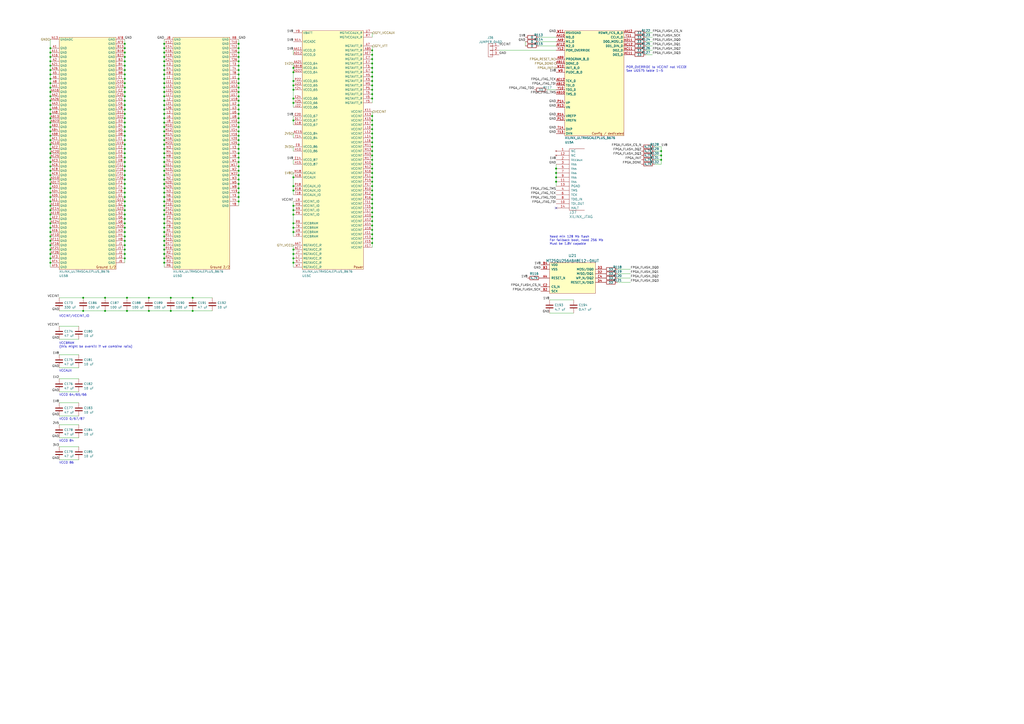
<source format=kicad_sch>
(kicad_sch (version 20211123) (generator eeschema)
  (paper "A2")
  (junction (at 138.43 66.04))
  (junction (at 215.9 85.09))
  (junction (at 138.43 76.2))
  (junction (at 72.39 40.64))
  (junction (at 29.21 116.84))
  (junction (at 29.21 93.98))
  (junction (at 72.39 83.82))
  (junction (at 215.9 39.37))
  (junction (at 29.21 147.32))
  (junction (at 72.39 93.98))
  (junction (at 215.9 102.87))
  (junction (at 138.43 73.66))
  (junction (at 215.9 52.07))
  (junction (at 138.43 38.1))
  (junction (at 95.25 91.44))
  (junction (at 29.21 99.06))
  (junction (at 170.18 110.49))
  (junction (at 170.18 144.78))
  (junction (at 29.21 91.44))
  (junction (at 95.25 152.4))
  (junction (at 95.25 149.86))
  (junction (at 29.21 83.82))
  (junction (at 95.25 35.56))
  (junction (at 29.21 68.58))
  (junction (at 215.9 77.47))
  (junction (at 383.54 90.17))
  (junction (at 215.9 67.31))
  (junction (at 111.76 180.34))
  (junction (at 72.39 111.76))
  (junction (at 72.39 91.44))
  (junction (at 29.21 142.24))
  (junction (at 215.9 57.15))
  (junction (at 138.43 88.9))
  (junction (at 170.18 147.32))
  (junction (at 72.39 45.72))
  (junction (at 215.9 80.01))
  (junction (at 138.43 71.12))
  (junction (at 170.18 152.4))
  (junction (at 95.25 76.2))
  (junction (at 215.9 54.61))
  (junction (at 95.25 101.6))
  (junction (at 29.21 78.74))
  (junction (at 29.21 45.72))
  (junction (at 138.43 99.06))
  (junction (at 138.43 45.72))
  (junction (at 29.21 81.28))
  (junction (at 72.39 142.24))
  (junction (at 72.39 86.36))
  (junction (at 138.43 30.48))
  (junction (at 170.18 59.69))
  (junction (at 138.43 109.22))
  (junction (at 138.43 43.18))
  (junction (at 72.39 43.18))
  (junction (at 138.43 106.68))
  (junction (at 29.21 106.68))
  (junction (at 29.21 66.04))
  (junction (at 215.9 130.81))
  (junction (at 95.25 129.54))
  (junction (at 29.21 53.34))
  (junction (at 138.43 81.28))
  (junction (at 170.18 107.95))
  (junction (at 170.18 134.62))
  (junction (at 215.9 118.11))
  (junction (at 60.96 172.72))
  (junction (at 138.43 60.96))
  (junction (at 29.21 129.54))
  (junction (at 95.25 78.74))
  (junction (at 29.21 139.7))
  (junction (at 86.36 180.34))
  (junction (at 95.25 25.4))
  (junction (at 138.43 78.74))
  (junction (at 72.39 114.3))
  (junction (at 138.43 50.8))
  (junction (at 170.18 121.92))
  (junction (at 95.25 38.1))
  (junction (at 95.25 137.16))
  (junction (at 95.25 127))
  (junction (at 29.21 88.9))
  (junction (at 72.39 147.32))
  (junction (at 95.25 48.26))
  (junction (at 72.39 55.88))
  (junction (at 72.39 33.02))
  (junction (at 215.9 125.73))
  (junction (at 215.9 140.97))
  (junction (at 29.21 50.8))
  (junction (at 29.21 119.38))
  (junction (at 95.25 88.9))
  (junction (at 29.21 124.46))
  (junction (at 95.25 45.72))
  (junction (at 138.43 63.5))
  (junction (at 170.18 46.99))
  (junction (at 95.25 119.38))
  (junction (at 72.39 27.94))
  (junction (at 72.39 132.08))
  (junction (at 72.39 106.68))
  (junction (at 215.9 49.53))
  (junction (at 322.58 105.41))
  (junction (at 215.9 115.57))
  (junction (at 29.21 71.12))
  (junction (at 170.18 132.08))
  (junction (at 72.39 104.14))
  (junction (at 215.9 107.95))
  (junction (at 383.54 92.71))
  (junction (at 170.18 102.87))
  (junction (at 60.96 180.34))
  (junction (at 72.39 144.78))
  (junction (at 29.21 137.16))
  (junction (at 72.39 96.52))
  (junction (at 95.25 40.64))
  (junction (at 95.25 134.62))
  (junction (at 72.39 119.38))
  (junction (at 29.21 48.26))
  (junction (at 95.25 142.24))
  (junction (at 95.25 33.02))
  (junction (at 138.43 40.64))
  (junction (at 170.18 39.37))
  (junction (at 72.39 121.92))
  (junction (at 29.21 33.02))
  (junction (at 95.25 66.04))
  (junction (at 48.26 172.72))
  (junction (at 29.21 58.42))
  (junction (at 111.76 172.72))
  (junction (at 29.21 27.94))
  (junction (at 138.43 53.34))
  (junction (at 72.39 137.16))
  (junction (at 95.25 109.22))
  (junction (at 215.9 97.79))
  (junction (at 215.9 128.27))
  (junction (at 215.9 138.43))
  (junction (at 72.39 129.54))
  (junction (at 95.25 114.3))
  (junction (at 138.43 48.26))
  (junction (at 72.39 48.26))
  (junction (at 29.21 152.4))
  (junction (at 95.25 81.28))
  (junction (at 95.25 93.98))
  (junction (at 215.9 123.19))
  (junction (at 215.9 74.93))
  (junction (at 215.9 95.25))
  (junction (at 215.9 90.17))
  (junction (at 29.21 73.66))
  (junction (at 95.25 43.18))
  (junction (at 95.25 55.88))
  (junction (at 215.9 133.35))
  (junction (at 95.25 58.42))
  (junction (at 95.25 111.76))
  (junction (at 72.39 25.4))
  (junction (at 29.21 30.48))
  (junction (at 72.39 53.34))
  (junction (at 29.21 132.08))
  (junction (at 72.39 124.46))
  (junction (at 29.21 114.3))
  (junction (at 72.39 149.86))
  (junction (at 95.25 106.68))
  (junction (at 95.25 68.58))
  (junction (at 72.39 88.9))
  (junction (at 72.39 63.5))
  (junction (at 72.39 134.62))
  (junction (at 215.9 113.03))
  (junction (at 138.43 35.56))
  (junction (at 29.21 104.14))
  (junction (at 72.39 38.1))
  (junction (at 29.21 121.92))
  (junction (at 29.21 43.18))
  (junction (at 72.39 30.48))
  (junction (at 73.66 172.72))
  (junction (at 95.25 73.66))
  (junction (at 95.25 124.46))
  (junction (at 29.21 111.76))
  (junction (at 29.21 109.22))
  (junction (at 215.9 29.21))
  (junction (at 138.43 86.36))
  (junction (at 322.58 97.79))
  (junction (at 29.21 76.2))
  (junction (at 215.9 87.63))
  (junction (at 138.43 83.82))
  (junction (at 215.9 82.55))
  (junction (at 95.25 60.96))
  (junction (at 95.25 96.52))
  (junction (at 138.43 104.14))
  (junction (at 29.21 63.5))
  (junction (at 215.9 135.89))
  (junction (at 138.43 111.76))
  (junction (at 72.39 50.8))
  (junction (at 215.9 46.99))
  (junction (at 322.58 102.87))
  (junction (at 29.21 149.86))
  (junction (at 72.39 76.2))
  (junction (at 72.39 71.12))
  (junction (at 95.25 63.5))
  (junction (at 95.25 132.08))
  (junction (at 170.18 124.46))
  (junction (at 29.21 96.52))
  (junction (at 95.25 71.12))
  (junction (at 29.21 86.36))
  (junction (at 95.25 83.82))
  (junction (at 95.25 116.84))
  (junction (at 215.9 100.33))
  (junction (at 95.25 147.32))
  (junction (at 138.43 96.52))
  (junction (at 215.9 92.71))
  (junction (at 72.39 139.7))
  (junction (at 72.39 99.06))
  (junction (at 29.21 144.78))
  (junction (at 170.18 119.38))
  (junction (at 138.43 25.4))
  (junction (at 72.39 68.58))
  (junction (at 72.39 116.84))
  (junction (at 215.9 31.75))
  (junction (at 170.18 69.85))
  (junction (at 95.25 50.8))
  (junction (at 95.25 30.48))
  (junction (at 170.18 52.07))
  (junction (at 138.43 55.88))
  (junction (at 72.39 73.66))
  (junction (at 99.06 172.72))
  (junction (at 215.9 105.41))
  (junction (at 383.54 87.63))
  (junction (at 170.18 129.54))
  (junction (at 29.21 60.96))
  (junction (at 29.21 127))
  (junction (at 72.39 35.56))
  (junction (at 95.25 99.06))
  (junction (at 72.39 66.04))
  (junction (at 215.9 72.39))
  (junction (at 72.39 101.6))
  (junction (at 170.18 49.53))
  (junction (at 215.9 36.83))
  (junction (at 29.21 134.62))
  (junction (at 48.26 180.34))
  (junction (at 215.9 44.45))
  (junction (at 322.58 100.33))
  (junction (at 138.43 68.58))
  (junction (at 95.25 121.92))
  (junction (at 29.21 35.56))
  (junction (at 72.39 78.74))
  (junction (at 73.66 180.34))
  (junction (at 215.9 41.91))
  (junction (at 72.39 60.96))
  (junction (at 138.43 58.42))
  (junction (at 29.21 40.64))
  (junction (at 138.43 27.94))
  (junction (at 99.06 180.34))
  (junction (at 86.36 172.72))
  (junction (at 215.9 110.49))
  (junction (at 138.43 33.02))
  (junction (at 170.18 41.91))
  (junction (at 95.25 86.36))
  (junction (at 138.43 116.84))
  (junction (at 29.21 101.6))
  (junction (at 95.25 104.14))
  (junction (at 215.9 69.85))
  (junction (at 138.43 91.44))
  (junction (at 72.39 109.22))
  (junction (at 72.39 81.28))
  (junction (at 95.25 144.78))
  (junction (at 215.9 120.65))
  (junction (at 72.39 58.42))
  (junction (at 138.43 101.6))
  (junction (at 29.21 55.88))
  (junction (at 95.25 53.34))
  (junction (at 72.39 127))
  (junction (at 215.9 34.29))
  (junction (at 95.25 139.7))
  (junction (at 170.18 149.86))
  (junction (at 138.43 93.98))
  (junction (at 29.21 38.1))
  (junction (at 170.18 57.15))
  (junction (at 138.43 114.3))
  (junction (at 95.25 27.94))
  (no_connect (at 322.58 120.65))
  (wire (pts (xy 95.25 134.62) (xy 95.25 137.16)))
  (wire (pts (xy 72.39 53.34) (xy 72.39 55.88)))
  (wire (pts (xy 72.39 55.88) (xy 72.39 58.42)))
  (wire (pts (xy 215.9 85.09) (xy 215.9 87.63)))
  (wire (pts (xy 374.65 29.21) (xy 378.46 29.21)))
  (wire (pts (xy 72.39 96.52) (xy 72.39 99.06)))
  (wire (pts (xy 95.25 71.12) (xy 95.25 73.66)))
  (wire (pts (xy 95.25 38.1) (xy 95.25 40.64)))
  (wire (pts (xy 29.21 88.9) (xy 29.21 91.44)))
  (wire (pts (xy 29.21 81.28) (xy 29.21 83.82)))
  (wire (pts (xy 95.25 53.34) (xy 95.25 55.88)))
  (wire (pts (xy 72.39 139.7) (xy 72.39 142.24)))
  (wire (pts (xy 322.58 97.79) (xy 322.58 100.33)))
  (wire (pts (xy 383.54 85.09) (xy 383.54 87.63)))
  (wire (pts (xy 138.43 83.82) (xy 138.43 86.36)))
  (wire (pts (xy 34.29 241.3) (xy 45.72 241.3)))
  (wire (pts (xy 99.06 180.34) (xy 111.76 180.34)))
  (wire (pts (xy 379.73 87.63) (xy 383.54 87.63)))
  (wire (pts (xy 95.25 119.38) (xy 95.25 121.92)))
  (wire (pts (xy 170.18 129.54) (xy 170.18 132.08)))
  (wire (pts (xy 86.36 180.34) (xy 99.06 180.34)))
  (wire (pts (xy 72.39 109.22) (xy 72.39 111.76)))
  (wire (pts (xy 215.9 31.75) (xy 215.9 34.29)))
  (wire (pts (xy 289.56 29.21) (xy 322.58 29.21)))
  (wire (pts (xy 170.18 36.83) (xy 170.18 39.37)))
  (wire (pts (xy 358.14 158.75) (xy 365.76 158.75)))
  (wire (pts (xy 29.21 127) (xy 29.21 129.54)))
  (wire (pts (xy 215.9 57.15) (xy 215.9 59.69)))
  (wire (pts (xy 29.21 119.38) (xy 29.21 121.92)))
  (wire (pts (xy 215.9 69.85) (xy 215.9 72.39)))
  (wire (pts (xy 138.43 88.9) (xy 138.43 91.44)))
  (wire (pts (xy 95.25 114.3) (xy 95.25 116.84)))
  (wire (pts (xy 215.9 120.65) (xy 215.9 123.19)))
  (wire (pts (xy 215.9 105.41) (xy 215.9 107.95)))
  (wire (pts (xy 215.9 138.43) (xy 215.9 140.97)))
  (wire (pts (xy 138.43 81.28) (xy 138.43 83.82)))
  (wire (pts (xy 170.18 46.99) (xy 170.18 49.53)))
  (wire (pts (xy 170.18 142.24) (xy 170.18 144.78)))
  (wire (pts (xy 138.43 48.26) (xy 138.43 50.8)))
  (wire (pts (xy 215.9 29.21) (xy 215.9 31.75)))
  (wire (pts (xy 374.65 31.75) (xy 378.46 31.75)))
  (wire (pts (xy 215.9 74.93) (xy 215.9 77.47)))
  (wire (pts (xy 317.5 52.07) (xy 322.58 52.07)))
  (wire (pts (xy 138.43 45.72) (xy 138.43 48.26)))
  (wire (pts (xy 170.18 41.91) (xy 170.18 46.99)))
  (wire (pts (xy 72.39 76.2) (xy 72.39 78.74)))
  (wire (pts (xy 215.9 100.33) (xy 215.9 102.87)))
  (wire (pts (xy 72.39 22.86) (xy 72.39 25.4)))
  (wire (pts (xy 138.43 114.3) (xy 138.43 116.84)))
  (wire (pts (xy 29.21 55.88) (xy 29.21 58.42)))
  (wire (pts (xy 170.18 149.86) (xy 170.18 152.4)))
  (wire (pts (xy 215.9 118.11) (xy 215.9 120.65)))
  (wire (pts (xy 95.25 33.02) (xy 95.25 35.56)))
  (wire (pts (xy 95.25 30.48) (xy 95.25 33.02)))
  (wire (pts (xy 95.25 96.52) (xy 95.25 99.06)))
  (wire (pts (xy 138.43 38.1) (xy 138.43 40.64)))
  (wire (pts (xy 170.18 29.21) (xy 170.18 31.75)))
  (wire (pts (xy 95.25 81.28) (xy 95.25 83.82)))
  (wire (pts (xy 358.14 156.21) (xy 365.76 156.21)))
  (wire (pts (xy 138.43 55.88) (xy 138.43 58.42)))
  (wire (pts (xy 72.39 114.3) (xy 72.39 116.84)))
  (wire (pts (xy 138.43 101.6) (xy 138.43 104.14)))
  (wire (pts (xy 72.39 144.78) (xy 72.39 147.32)))
  (wire (pts (xy 170.18 39.37) (xy 170.18 41.91)))
  (wire (pts (xy 95.25 58.42) (xy 95.25 60.96)))
  (wire (pts (xy 95.25 137.16) (xy 95.25 139.7)))
  (wire (pts (xy 170.18 69.85) (xy 170.18 72.39)))
  (wire (pts (xy 95.25 83.82) (xy 95.25 86.36)))
  (wire (pts (xy 29.21 22.86) (xy 29.21 27.94)))
  (wire (pts (xy 215.9 34.29) (xy 215.9 36.83)))
  (wire (pts (xy 48.26 180.34) (xy 60.96 180.34)))
  (wire (pts (xy 34.29 196.85) (xy 45.72 196.85)))
  (wire (pts (xy 34.29 246.38) (xy 45.72 246.38)))
  (wire (pts (xy 29.21 134.62) (xy 29.21 137.16)))
  (wire (pts (xy 138.43 40.64) (xy 138.43 43.18)))
  (wire (pts (xy 383.54 87.63) (xy 383.54 90.17)))
  (wire (pts (xy 138.43 22.86) (xy 138.43 25.4)))
  (wire (pts (xy 29.21 124.46) (xy 29.21 127)))
  (wire (pts (xy 95.25 68.58) (xy 95.25 71.12)))
  (wire (pts (xy 215.9 36.83) (xy 215.9 39.37)))
  (wire (pts (xy 138.43 33.02) (xy 138.43 35.56)))
  (wire (pts (xy 95.25 116.84) (xy 95.25 119.38)))
  (wire (pts (xy 215.9 135.89) (xy 215.9 138.43)))
  (wire (pts (xy 34.29 259.08) (xy 45.72 259.08)))
  (wire (pts (xy 72.39 101.6) (xy 72.39 104.14)))
  (wire (pts (xy 322.58 100.33) (xy 322.58 102.87)))
  (wire (pts (xy 138.43 58.42) (xy 138.43 60.96)))
  (wire (pts (xy 72.39 58.42) (xy 72.39 60.96)))
  (wire (pts (xy 72.39 127) (xy 72.39 129.54)))
  (wire (pts (xy 95.25 106.68) (xy 95.25 109.22)))
  (wire (pts (xy 48.26 172.72) (xy 60.96 172.72)))
  (wire (pts (xy 138.43 99.06) (xy 138.43 101.6)))
  (wire (pts (xy 29.21 152.4) (xy 29.21 154.94)))
  (wire (pts (xy 60.96 172.72) (xy 73.66 172.72)))
  (wire (pts (xy 29.21 149.86) (xy 29.21 152.4)))
  (wire (pts (xy 95.25 45.72) (xy 95.25 48.26)))
  (wire (pts (xy 34.29 172.72) (xy 48.26 172.72)))
  (wire (pts (xy 29.21 68.58) (xy 29.21 71.12)))
  (wire (pts (xy 29.21 40.64) (xy 29.21 43.18)))
  (wire (pts (xy 95.25 111.76) (xy 95.25 114.3)))
  (wire (pts (xy 72.39 68.58) (xy 72.39 71.12)))
  (wire (pts (xy 29.21 132.08) (xy 29.21 134.62)))
  (wire (pts (xy 95.25 99.06) (xy 95.25 101.6)))
  (wire (pts (xy 138.43 78.74) (xy 138.43 81.28)))
  (wire (pts (xy 29.21 86.36) (xy 29.21 88.9)))
  (wire (pts (xy 95.25 35.56) (xy 95.25 38.1)))
  (wire (pts (xy 29.21 45.72) (xy 29.21 48.26)))
  (wire (pts (xy 138.43 91.44) (xy 138.43 93.98)))
  (wire (pts (xy 358.14 163.83) (xy 365.76 163.83)))
  (wire (pts (xy 170.18 144.78) (xy 170.18 147.32)))
  (wire (pts (xy 72.39 38.1) (xy 72.39 40.64)))
  (wire (pts (xy 29.21 60.96) (xy 29.21 63.5)))
  (wire (pts (xy 72.39 63.5) (xy 72.39 66.04)))
  (wire (pts (xy 383.54 95.25) (xy 383.54 92.71)))
  (wire (pts (xy 138.43 25.4) (xy 138.43 27.94)))
  (wire (pts (xy 72.39 81.28) (xy 72.39 83.82)))
  (wire (pts (xy 29.21 99.06) (xy 29.21 101.6)))
  (wire (pts (xy 72.39 60.96) (xy 72.39 63.5)))
  (wire (pts (xy 138.43 27.94) (xy 138.43 30.48)))
  (wire (pts (xy 95.25 139.7) (xy 95.25 142.24)))
  (wire (pts (xy 29.21 73.66) (xy 29.21 76.2)))
  (wire (pts (xy 29.21 35.56) (xy 29.21 38.1)))
  (wire (pts (xy 374.65 24.13) (xy 378.46 24.13)))
  (wire (pts (xy 72.39 45.72) (xy 72.39 48.26)))
  (wire (pts (xy 34.29 213.36) (xy 45.72 213.36)))
  (wire (pts (xy 138.43 71.12) (xy 138.43 73.66)))
  (wire (pts (xy 60.96 180.34) (xy 73.66 180.34)))
  (wire (pts (xy 215.9 128.27) (xy 215.9 130.81)))
  (wire (pts (xy 322.58 95.25) (xy 322.58 97.79)))
  (wire (pts (xy 72.39 116.84) (xy 72.39 119.38)))
  (wire (pts (xy 170.18 110.49) (xy 170.18 113.03)))
  (wire (pts (xy 29.21 129.54) (xy 29.21 132.08)))
  (wire (pts (xy 72.39 33.02) (xy 72.39 35.56)))
  (wire (pts (xy 138.43 116.84) (xy 138.43 119.38)))
  (wire (pts (xy 215.9 97.79) (xy 215.9 100.33)))
  (wire (pts (xy 34.29 233.68) (xy 45.72 233.68)))
  (wire (pts (xy 138.43 30.48) (xy 138.43 33.02)))
  (wire (pts (xy 383.54 90.17) (xy 379.73 90.17)))
  (wire (pts (xy 215.9 39.37) (xy 215.9 41.91)))
  (wire (pts (xy 215.9 72.39) (xy 215.9 74.93)))
  (wire (pts (xy 95.25 129.54) (xy 95.25 132.08)))
  (wire (pts (xy 322.58 102.87) (xy 322.58 105.41)))
  (wire (pts (xy 312.42 24.13) (xy 322.58 24.13)))
  (wire (pts (xy 29.21 33.02) (xy 29.21 35.56)))
  (wire (pts (xy 312.42 21.59) (xy 322.58 21.59)))
  (wire (pts (xy 72.39 99.06) (xy 72.39 101.6)))
  (wire (pts (xy 29.21 111.76) (xy 29.21 114.3)))
  (wire (pts (xy 374.65 26.67) (xy 378.46 26.67)))
  (wire (pts (xy 95.25 147.32) (xy 95.25 149.86)))
  (wire (pts (xy 215.9 110.49) (xy 215.9 113.03)))
  (wire (pts (xy 95.25 88.9) (xy 95.25 91.44)))
  (wire (pts (xy 29.21 114.3) (xy 29.21 116.84)))
  (wire (pts (xy 215.9 26.67) (xy 215.9 29.21)))
  (wire (pts (xy 215.9 41.91) (xy 215.9 44.45)))
  (wire (pts (xy 72.39 137.16) (xy 72.39 139.7)))
  (wire (pts (xy 29.21 27.94) (xy 29.21 30.48)))
  (wire (pts (xy 170.18 116.84) (xy 170.18 119.38)))
  (wire (pts (xy 138.43 53.34) (xy 138.43 55.88)))
  (wire (pts (xy 29.21 106.68) (xy 29.21 109.22)))
  (wire (pts (xy 95.25 142.24) (xy 95.25 144.78)))
  (wire (pts (xy 29.21 139.7) (xy 29.21 142.24)))
  (wire (pts (xy 99.06 172.72) (xy 111.76 172.72)))
  (wire (pts (xy 95.25 121.92) (xy 95.25 124.46)))
  (wire (pts (xy 379.73 95.25) (xy 383.54 95.25)))
  (wire (pts (xy 72.39 124.46) (xy 72.39 127)))
  (wire (pts (xy 383.54 92.71) (xy 383.54 90.17)))
  (wire (pts (xy 72.39 48.26) (xy 72.39 50.8)))
  (wire (pts (xy 170.18 124.46) (xy 170.18 129.54)))
  (wire (pts (xy 72.39 88.9) (xy 72.39 91.44)))
  (wire (pts (xy 138.43 35.56) (xy 138.43 38.1)))
  (wire (pts (xy 215.9 87.63) (xy 215.9 90.17)))
  (wire (pts (xy 29.21 38.1) (xy 29.21 40.64)))
  (wire (pts (xy 138.43 106.68) (xy 138.43 109.22)))
  (wire (pts (xy 111.76 180.34) (xy 123.19 180.34)))
  (wire (pts (xy 170.18 121.92) (xy 170.18 124.46)))
  (wire (pts (xy 29.21 104.14) (xy 29.21 106.68)))
  (wire (pts (xy 72.39 119.38) (xy 72.39 121.92)))
  (wire (pts (xy 72.39 142.24) (xy 72.39 144.78)))
  (wire (pts (xy 215.9 67.31) (xy 215.9 69.85)))
  (wire (pts (xy 215.9 49.53) (xy 215.9 52.07)))
  (wire (pts (xy 72.39 129.54) (xy 72.39 132.08)))
  (wire (pts (xy 72.39 66.04) (xy 72.39 68.58)))
  (wire (pts (xy 111.76 172.72) (xy 123.19 172.72)))
  (wire (pts (xy 304.8 24.13) (xy 304.8 26.67)))
  (wire (pts (xy 374.65 21.59) (xy 378.46 21.59)))
  (wire (pts (xy 170.18 107.95) (xy 170.18 110.49)))
  (wire (pts (xy 138.43 109.22) (xy 138.43 111.76)))
  (wire (pts (xy 29.21 43.18) (xy 29.21 45.72)))
  (wire (pts (xy 72.39 30.48) (xy 72.39 33.02)))
  (wire (pts (xy 170.18 92.71) (xy 170.18 95.25)))
  (wire (pts (xy 215.9 46.99) (xy 215.9 49.53)))
  (wire (pts (xy 72.39 78.74) (xy 72.39 81.28)))
  (wire (pts (xy 72.39 35.56) (xy 72.39 38.1)))
  (wire (pts (xy 95.25 104.14) (xy 95.25 106.68)))
  (wire (pts (xy 29.21 58.42) (xy 29.21 60.96)))
  (wire (pts (xy 170.18 100.33) (xy 170.18 102.87)))
  (wire (pts (xy 29.21 76.2) (xy 29.21 78.74)))
  (wire (pts (xy 73.66 180.34) (xy 86.36 180.34)))
  (wire (pts (xy 34.29 219.71) (xy 45.72 219.71)))
  (wire (pts (xy 29.21 101.6) (xy 29.21 104.14)))
  (wire (pts (xy 358.14 161.29) (xy 365.76 161.29)))
  (wire (pts (xy 215.9 19.05) (xy 215.9 21.59)))
  (wire (pts (xy 29.21 30.48) (xy 29.21 33.02)))
  (wire (pts (xy 95.25 152.4) (xy 95.25 154.94)))
  (wire (pts (xy 29.21 83.82) (xy 29.21 86.36)))
  (wire (pts (xy 215.9 80.01) (xy 215.9 82.55)))
  (wire (pts (xy 72.39 25.4) (xy 72.39 27.94)))
  (wire (pts (xy 138.43 111.76) (xy 138.43 114.3)))
  (wire (pts (xy 72.39 73.66) (xy 72.39 76.2)))
  (wire (pts (xy 138.43 96.52) (xy 138.43 99.06)))
  (wire (pts (xy 29.21 142.24) (xy 29.21 144.78)))
  (wire (pts (xy 29.21 63.5) (xy 29.21 66.04)))
  (wire (pts (xy 72.39 83.82) (xy 72.39 86.36)))
  (wire (pts (xy 73.66 172.72) (xy 86.36 172.72)))
  (wire (pts (xy 170.18 49.53) (xy 170.18 52.07)))
  (wire (pts (xy 138.43 104.14) (xy 138.43 106.68)))
  (wire (pts (xy 34.29 227.33) (xy 45.72 227.33)))
  (wire (pts (xy 138.43 50.8) (xy 138.43 53.34)))
  (wire (pts (xy 72.39 132.08) (xy 72.39 134.62)))
  (wire (pts (xy 29.21 96.52) (xy 29.21 99.06)))
  (wire (pts (xy 29.21 48.26) (xy 29.21 50.8)))
  (wire (pts (xy 29.21 147.32) (xy 29.21 149.86)))
  (wire (pts (xy 95.25 43.18) (xy 95.25 45.72)))
  (wire (pts (xy 95.25 63.5) (xy 95.25 66.04)))
  (wire (pts (xy 215.9 140.97) (xy 215.9 143.51)))
  (wire (pts (xy 95.25 55.88) (xy 95.25 58.42)))
  (wire (pts (xy 95.25 149.86) (xy 95.25 152.4)))
  (wire (pts (xy 29.21 109.22) (xy 29.21 111.76)))
  (wire (pts (xy 95.25 91.44) (xy 95.25 93.98)))
  (wire (pts (xy 215.9 82.55) (xy 215.9 85.09)))
  (wire (pts (xy 318.77 181.61) (xy 332.74 181.61)))
  (wire (pts (xy 95.25 132.08) (xy 95.25 134.62)))
  (wire (pts (xy 215.9 133.35) (xy 215.9 135.89)))
  (wire (pts (xy 29.21 66.04) (xy 29.21 68.58)))
  (wire (pts (xy 72.39 147.32) (xy 72.39 149.86)))
  (wire (pts (xy 29.21 50.8) (xy 29.21 53.34)))
  (wire (pts (xy 374.65 19.05) (xy 378.46 19.05)))
  (wire (pts (xy 170.18 52.07) (xy 170.18 57.15)))
  (wire (pts (xy 29.21 78.74) (xy 29.21 81.28)))
  (wire (pts (xy 138.43 66.04) (xy 138.43 68.58)))
  (wire (pts (xy 170.18 119.38) (xy 170.18 121.92)))
  (wire (pts (xy 138.43 93.98) (xy 138.43 96.52)))
  (wire (pts (xy 379.73 92.71) (xy 383.54 92.71)))
  (wire (pts (xy 34.29 205.74) (xy 45.72 205.74)))
  (wire (pts (xy 29.21 71.12) (xy 29.21 73.66)))
  (wire (pts (xy 215.9 102.87) (xy 215.9 105.41)))
  (wire (pts (xy 170.18 59.69) (xy 170.18 62.23)))
  (wire (pts (xy 170.18 85.09) (xy 170.18 87.63)))
  (wire (pts (xy 72.39 106.68) (xy 72.39 109.22)))
  (wire (pts (xy 29.21 93.98) (xy 29.21 96.52)))
  (wire (pts (xy 95.25 127) (xy 95.25 129.54)))
  (wire (pts (xy 72.39 86.36) (xy 72.39 88.9)))
  (wire (pts (xy 29.21 144.78) (xy 29.21 147.32)))
  (wire (pts (xy 72.39 104.14) (xy 72.39 106.68)))
  (wire (pts (xy 215.9 125.73) (xy 215.9 128.27)))
  (wire (pts (xy 29.21 91.44) (xy 29.21 93.98)))
  (wire (pts (xy 215.9 130.81) (xy 215.9 133.35)))
  (wire (pts (xy 95.25 101.6) (xy 95.25 104.14)))
  (wire (pts (xy 34.29 254) (xy 45.72 254)))
  (wire (pts (xy 72.39 111.76) (xy 72.39 114.3)))
  (wire (pts (xy 312.42 26.67) (xy 322.58 26.67)))
  (wire (pts (xy 95.25 48.26) (xy 95.25 50.8)))
  (wire (pts (xy 170.18 147.32) (xy 170.18 149.86)))
  (wire (pts (xy 379.73 85.09) (xy 383.54 85.09)))
  (wire (pts (xy 138.43 43.18) (xy 138.43 45.72)))
  (wire (pts (xy 138.43 68.58) (xy 138.43 71.12)))
  (wire (pts (xy 72.39 71.12) (xy 72.39 73.66)))
  (wire (pts (xy 215.9 115.57) (xy 215.9 118.11)))
  (wire (pts (xy 95.25 50.8) (xy 95.25 53.34)))
  (wire (pts (xy 72.39 149.86) (xy 72.39 152.4)))
  (wire (pts (xy 72.39 27.94) (xy 72.39 30.48)))
  (wire (pts (xy 170.18 152.4) (xy 170.18 154.94)))
  (wire (pts (xy 138.43 76.2) (xy 138.43 78.74)))
  (wire (pts (xy 170.18 57.15) (xy 170.18 59.69)))
  (wire (pts (xy 215.9 44.45) (xy 215.9 46.99)))
  (wire (pts (xy 215.9 123.19) (xy 215.9 125.73)))
  (wire (pts (xy 29.21 116.84) (xy 29.21 119.38)))
  (wire (pts (xy 95.25 144.78) (xy 95.25 147.32)))
  (wire (pts (xy 215.9 52.07) (xy 215.9 54.61)))
  (wire (pts (xy 95.25 66.04) (xy 95.25 68.58)))
  (wire (pts (xy 138.43 73.66) (xy 138.43 76.2)))
  (wire (pts (xy 34.29 180.34) (xy 48.26 180.34)))
  (wire (pts (xy 170.18 102.87) (xy 170.18 107.95)))
  (wire (pts (xy 95.25 27.94) (xy 95.25 30.48)))
  (wire (pts (xy 95.25 124.46) (xy 95.25 127)))
  (wire (pts (xy 95.25 78.74) (xy 95.25 81.28)))
  (wire (pts (xy 72.39 91.44) (xy 72.39 93.98)))
  (wire (pts (xy 72.39 40.64) (xy 72.39 43.18)))
  (wire (pts (xy 170.18 77.47) (xy 170.18 80.01)))
  (wire (pts (xy 215.9 92.71) (xy 215.9 95.25)))
  (wire (pts (xy 95.25 76.2) (xy 95.25 78.74)))
  (wire (pts (xy 86.36 172.72) (xy 99.06 172.72)))
  (wire (pts (xy 95.25 60.96) (xy 95.25 63.5)))
  (wire (pts (xy 95.25 86.36) (xy 95.25 88.9)))
  (wire (pts (xy 34.29 189.23) (xy 45.72 189.23)))
  (wire (pts (xy 72.39 121.92) (xy 72.39 124.46)))
  (wire (pts (xy 322.58 105.41) (xy 322.58 107.95)))
  (wire (pts (xy 215.9 107.95) (xy 215.9 110.49)))
  (wire (pts (xy 170.18 67.31) (xy 170.18 69.85)))
  (wire (pts (xy 72.39 43.18) (xy 72.39 45.72)))
  (wire (pts (xy 95.25 25.4) (xy 95.25 27.94)))
  (wire (pts (xy 95.25 22.86) (xy 95.25 25.4)))
  (wire (pts (xy 95.25 109.22) (xy 95.25 111.76)))
  (wire (pts (xy 95.25 93.98) (xy 95.25 96.52)))
  (wire (pts (xy 215.9 54.61) (xy 215.9 57.15)))
  (wire (pts (xy 72.39 50.8) (xy 72.39 53.34)))
  (wire (pts (xy 29.21 137.16) (xy 29.21 139.7)))
  (wire (pts (xy 72.39 93.98) (xy 72.39 96.52)))
  (wire (pts (xy 318.77 173.99) (xy 332.74 173.99)))
  (wire (pts (xy 138.43 86.36) (xy 138.43 88.9)))
  (wire (pts (xy 95.25 40.64) (xy 95.25 43.18)))
  (wire (pts (xy 95.25 73.66) (xy 95.25 76.2)))
  (wire (pts (xy 72.39 134.62) (xy 72.39 137.16)))
  (wire (pts (xy 138.43 60.96) (xy 138.43 63.5)))
  (wire (pts (xy 215.9 64.77) (xy 215.9 67.31)))
  (wire (pts (xy 215.9 77.47) (xy 215.9 80.01)))
  (wire (pts (xy 215.9 95.25) (xy 215.9 97.79)))
  (wire (pts (xy 170.18 134.62) (xy 170.18 137.16)))
  (wire (pts (xy 29.21 121.92) (xy 29.21 124.46)))
  (wire (pts (xy 170.18 132.08) (xy 170.18 134.62)))
  (wire (pts (xy 215.9 90.17) (xy 215.9 92.71)))
  (wire (pts (xy 34.29 266.7) (xy 45.72 266.7)))
  (wire (pts (xy 215.9 113.03) (xy 215.9 115.57)))
  (wire (pts (xy 29.21 53.34) (xy 29.21 55.88)))
  (wire (pts (xy 138.43 63.5) (xy 138.43 66.04)))
  (text "VCCO 84" (at 34.29 256.54 0) (effects (font (size 1.27 1.27)) (justify left bottom)))
  (text "VCCBRAM\n(this might be overkill if we combine rails)" (at 34.29 201.93 0) (effects (font (size 1.27 1.27)) (justify left bottom)))
  (text "VCCO 0/67/87" (at 34.29 243.84 0) (effects (font (size 1.27 1.27)) (justify left bottom)))
  (text "POR_OVERRIDE to VCCINT not VCCO!\nSee UG575 table 1-5" (at 363.22 41.91 0) (effects (font (size 1.27 1.27)) (justify left bottom)))
  (text "Need min 128 Mb flash\nFor fallback boot, need 256 Mb\nMust be 1.8V capable" (at 318.77 142.24 0) (effects (font (size 1.27 1.27)) (justify left bottom)))
  (text "VCCO 64/65/66" (at 34.29 229.87 0) (effects (font (size 1.27 1.27)) (justify left bottom)))
  (text "VCCO 86" (at 34.29 269.24 0) (effects (font (size 1.27 1.27)) (justify left bottom)))
  (text "VCCINT/VCCINT_IO" (at 34.29 184.15 0) (effects (font (size 1.27 1.27)) (justify left bottom)))
  (text "VCCAUX" (at 34.29 215.9 0) (effects (font (size 1.27 1.27)) (justify left bottom)))
  (label "1V8" (at 383.54 85.09 0))
  (label "FPGA_FLASH_CS_N" (at 313.69 166.37 180))
  (label "FPGA_FLASH_SCK" (at 378.46 21.59 0))
  (label "1V8" (at 322.58 92.71 180))
  (label "FPGA_FLASH_DQ3" (at 372.11 90.17 180))
  (label "FPGA_FLASH_DQ3" (at 378.46 31.75 0))
  (label "GND" (at 34.29 227.33 180))
  (label "FPGA_JTAG_TDI" (at 322.58 49.53 180))
  (label "FPGA_FLASH_CS_N" (at 372.11 85.09 180))
  (label "1V8" (at 170.18 92.71 180))
  (label "GND" (at 72.39 22.86 0))
  (label "FPGA_JTAG_TMS" (at 322.58 54.61 180))
  (label "GND" (at 318.77 181.61 180))
  (label "GND" (at 322.58 67.31 180))
  (label "GND" (at 34.29 266.7 180))
  (label "GND" (at 34.29 241.3 180))
  (label "1V8" (at 170.18 29.21 180))
  (label "FPGA_DONE" (at 372.11 95.25 180))
  (label "1V8" (at 34.29 233.68 180))
  (label "VCCINT" (at 170.18 116.84 180))
  (label "FPGA_FLASH_DQ1" (at 365.76 158.75 0))
  (label "GND" (at 138.43 22.86 0))
  (label "1V8" (at 313.69 153.67 180))
  (label "1V8" (at 304.8 21.59 180))
  (label "FPGA_FLASH_DQ2" (at 372.11 87.63 180))
  (label "FPGA_JTAG_TDI" (at 322.58 118.11 180))
  (label "3V3" (at 34.29 259.08 180))
  (label "GND" (at 322.58 74.93 180))
  (label "1V8" (at 306.07 161.29 180))
  (label "FPGA_FLASH_DQ2" (at 378.46 29.21 0))
  (label "GND" (at 304.8 24.13 180))
  (label "GND" (at 313.69 156.21 180))
  (label "1V8" (at 170.18 24.13 180))
  (label "GND" (at 322.58 19.05 180))
  (label "GND" (at 34.29 180.34 180))
  (label "GND" (at 95.25 22.86 180))
  (label "FPGA_JTAG_TDO" (at 322.58 115.57 180))
  (label "1V8" (at 318.77 173.99 180))
  (label "GND" (at 34.29 213.36 180))
  (label "1V8" (at 322.58 41.91 180))
  (label "FPGA_JTAG_TCK" (at 322.58 46.99 180))
  (label "GND" (at 34.29 196.85 180))
  (label "FPGA_JTAG_TMS" (at 322.58 110.49 180))
  (label "FPGA_FLASH_DQ0" (at 378.46 24.13 0))
  (label "GND" (at 34.29 254 180))
  (label "VCCINT" (at 34.29 172.72 180))
  (label "VCCINT" (at 289.56 26.67 0))
  (label "GND" (at 322.58 59.69 180))
  (label "2V5" (at 34.29 246.38 180))
  (label "FPGA_FLASH_DQ1" (at 378.46 26.67 0))
  (label "FPGA_INIT" (at 372.11 92.71 180))
  (label "FPGA_FLASH_SCK" (at 313.69 168.91 180))
  (label "FPGA_FLASH_CS_N" (at 378.46 19.05 0))
  (label "1V2" (at 34.29 219.71 180))
  (label "1V8" (at 170.18 67.31 180))
  (label "VCCINT" (at 34.29 189.23 180))
  (label "FPGA_FLASH_DQ2" (at 365.76 161.29 0))
  (label "FPGA_JTAG_TDO" (at 309.88 52.07 180))
  (label "GND" (at 322.58 62.23 180))
  (label "GND" (at 289.56 31.75 0))
  (label "GND" (at 322.58 95.25 180))
  (label "1V8" (at 170.18 19.05 180))
  (label "FPGA_JTAG_TCK" (at 322.58 113.03 180))
  (label "FPGA_FLASH_DQ0" (at 365.76 156.21 0))
  (label "GND" (at 322.58 77.47 180))
  (label "FPGA_FLASH_DQ3" (at 365.76 163.83 0))
  (label "GND" (at 322.58 69.85 180))
  (label "1V8" (at 34.29 205.74 180))
  (hierarchical_label "FPGA_RESET_N" (shape input) (at 322.58 34.29 180))
  (hierarchical_label "GND" (shape input) (at 29.21 22.86 180))
  (hierarchical_label "VCCINT" (shape input) (at 215.9 64.77 0))
  (hierarchical_label "1V8" (shape input) (at 170.18 100.33 180))
  (hierarchical_label "GTY_VCC" (shape input) (at 170.18 142.24 180))
  (hierarchical_label "3V3" (shape input) (at 170.18 85.09 180))
  (hierarchical_label "GTY_VCCAUX" (shape input) (at 215.9 19.05 0))
  (hierarchical_label "FPGA_DONE" (shape output) (at 322.58 36.83 180))
  (hierarchical_label "FPGA_INIT" (shape bidirectional) (at 322.58 39.37 180))
  (hierarchical_label "1V2" (shape input) (at 170.18 36.83 180))
  (hierarchical_label "GTY_VTT" (shape input) (at 215.9 26.67 0))
  (hierarchical_label "2V5" (shape input) (at 170.18 77.47 180))
  (symbol (lib_id "device:C") (at 34.29 250.19 0) (unit 1)
    (property "Reference" "C178" (at 37.211 249.3553 0) (effects (justify left)))
    (property "Value" "47 uF" (at 37.211 251.8922 0) (effects (justify left)))
  )
  (symbol (lib_id "device:R") (at 370.84 24.13 90) (unit 1)
    (property "Reference" "R124" (at 374.65 22.86 90))
    (property "Value" "33" (at 370.84 24.13 90))
  )
  (symbol (lib_id "device:R") (at 354.33 163.83 90) (unit 1)
    (property "Reference" "R121" (at 358.14 162.56 90))
    (property "Value" "33" (at 354.33 163.83 90))
  )
  (symbol (lib_id "xilinx-azonenberg:XILINX_ULTRASCALEPLUS_B676") (at 327.66 78.74 0) (unit 1)
    (property "Reference" "U15" (at 327.66 82.55 0) (effects (justify left)))
    (property "Value" "XILINX_ULTRASCALEPLUS_B676" (at 327.66 80.01 0) (effects (justify left)))
  )
  (symbol (lib_id "device:R") (at 375.92 90.17 90) (unit 1)
    (property "Reference" "R130" (at 379.73 88.9 90))
    (property "Value" "4.7K" (at 375.92 90.17 90))
  )
  (symbol (lib_id "device:C") (at 45.72 262.89 0) (unit 1)
    (property "Reference" "C185" (at 48.641 262.0553 0) (effects (justify left)))
    (property "Value" "10 uF" (at 48.641 264.5922 0) (effects (justify left)))
  )
  (symbol (lib_id "device:R") (at 375.92 95.25 90) (unit 1)
    (property "Reference" "R132" (at 379.73 93.98 90))
    (property "Value" "4.7K" (at 375.92 95.25 90))
  )
  (symbol (lib_id "device:C") (at 111.76 176.53 0) (unit 1)
    (property "Reference" "C191" (at 114.681 175.6953 0) (effects (justify left)))
    (property "Value" "47 uF" (at 114.681 178.2322 0) (effects (justify left)))
  )
  (symbol (lib_id "device:R") (at 370.84 31.75 90) (unit 1)
    (property "Reference" "R127" (at 374.65 30.48 90))
    (property "Value" "33" (at 370.84 31.75 90))
  )
  (symbol (lib_id "device:R") (at 375.92 87.63 90) (unit 1)
    (property "Reference" "R129" (at 379.73 86.36 90))
    (property "Value" "4.7K" (at 375.92 87.63 90))
  )
  (symbol (lib_id "device:R") (at 375.92 92.71 90) (unit 1)
    (property "Reference" "R131" (at 379.73 91.44 90))
    (property "Value" "4.7K" (at 375.92 92.71 90))
  )
  (symbol (lib_id "device:C") (at 34.29 176.53 0) (unit 1)
    (property "Reference" "C173" (at 37.211 175.6953 0) (effects (justify left)))
    (property "Value" "330 uF" (at 37.211 178.2322 0) (effects (justify left)))
  )
  (symbol (lib_id "xilinx-azonenberg:XILINX_ULTRASCALEPLUS_B676") (at 34.29 156.21 0) (unit 2)
    (property "Reference" "U15" (at 34.29 160.02 0) (effects (justify left)))
    (property "Value" "XILINX_ULTRASCALEPLUS_B676" (at 34.29 157.48 0) (effects (justify left)))
  )
  (symbol (lib_id "device:C") (at 45.72 250.19 0) (unit 1)
    (property "Reference" "C184" (at 48.641 249.3553 0) (effects (justify left)))
    (property "Value" "10 uF" (at 48.641 251.8922 0) (effects (justify left)))
  )
  (symbol (lib_id "device:C") (at 34.29 237.49 0) (unit 1)
    (property "Reference" "C177" (at 37.211 236.6553 0) (effects (justify left)))
    (property "Value" "47 uF" (at 37.211 239.1922 0) (effects (justify left)))
  )
  (symbol (lib_id "xilinx-azonenberg:XILINX_ULTRASCALEPLUS_B676") (at 175.26 156.21 0) (unit 3)
    (property "Reference" "U15" (at 175.26 160.02 0) (effects (justify left)))
    (property "Value" "XILINX_ULTRASCALEPLUS_B676" (at 175.26 157.48 0) (effects (justify left)))
  )
  (symbol (lib_id "device:R") (at 370.84 26.67 90) (unit 1)
    (property "Reference" "R125" (at 374.65 25.4 90))
    (property "Value" "33" (at 370.84 26.67 90))
  )
  (symbol (lib_id "device:C") (at 45.72 209.55 0) (unit 1)
    (property "Reference" "C181" (at 48.641 208.7153 0) (effects (justify left)))
    (property "Value" "10 uF" (at 48.641 211.2522 0) (effects (justify left)))
  )
  (symbol (lib_id "device:R") (at 370.84 19.05 90) (unit 1)
    (property "Reference" "R122" (at 374.65 17.78 90))
    (property "Value" "33" (at 370.84 19.05 90))
  )
  (symbol (lib_id "device:C") (at 332.74 177.8 0) (unit 1)
    (property "Reference" "C194" (at 335.661 176.9653 0) (effects (justify left)))
    (property "Value" "0.47 uF" (at 335.661 179.5022 0) (effects (justify left)))
  )
  (symbol (lib_id "device:C") (at 48.26 176.53 0) (unit 1)
    (property "Reference" "C186" (at 51.181 175.6953 0) (effects (justify left)))
    (property "Value" "100 uF" (at 51.181 178.2322 0) (effects (justify left)))
  )
  (symbol (lib_id "device:R") (at 308.61 24.13 90) (unit 1)
    (property "Reference" "R114" (at 312.42 22.86 90))
    (property "Value" "0" (at 308.61 24.13 90))
  )
  (symbol (lib_id "device:R") (at 370.84 21.59 90) (unit 1)
    (property "Reference" "R123" (at 374.65 20.32 90))
    (property "Value" "33" (at 370.84 21.59 90))
  )
  (symbol (lib_id "device:R") (at 354.33 156.21 90) (unit 1)
    (property "Reference" "R118" (at 358.14 154.94 90))
    (property "Value" "33" (at 354.33 156.21 90))
  )
  (symbol (lib_id "device:C") (at 34.29 223.52 0) (unit 1)
    (property "Reference" "C176" (at 37.211 222.6853 0) (effects (justify left)))
    (property "Value" "47 uF" (at 37.211 225.2222 0) (effects (justify left)))
  )
  (symbol (lib_id "device:R") (at 308.61 21.59 90) (unit 1)
    (property "Reference" "R113" (at 312.42 20.32 90))
    (property "Value" "0" (at 308.61 21.59 90))
  )
  (symbol (lib_id "device:R") (at 308.61 26.67 90) (unit 1)
    (property "Reference" "R115" (at 312.42 25.4 90))
    (property "Value" "0" (at 308.61 26.67 90))
  )
  (symbol (lib_id "device:R") (at 370.84 29.21 90) (unit 1)
    (property "Reference" "R126" (at 374.65 27.94 90))
    (property "Value" "33" (at 370.84 29.21 90))
  )
  (symbol (lib_id "device:C") (at 45.72 193.04 0) (unit 1)
    (property "Reference" "C180" (at 48.641 192.2053 0) (effects (justify left)))
    (property "Value" "10 uF" (at 48.641 194.7422 0) (effects (justify left)))
  )
  (symbol (lib_id "device:R") (at 375.92 85.09 90) (unit 1)
    (property "Reference" "R128" (at 379.73 83.82 90))
    (property "Value" "4.7K" (at 375.92 85.09 90))
  )
  (symbol (lib_id "device:C") (at 45.72 223.52 0) (unit 1)
    (property "Reference" "C182" (at 48.641 222.6853 0) (effects (justify left)))
    (property "Value" "10 uF" (at 48.641 225.2222 0) (effects (justify left)))
  )
  (symbol (lib_id "device:R") (at 309.88 161.29 90) (unit 1)
    (property "Reference" "R116" (at 309.88 158.75 90))
    (property "Value" "4.7K" (at 309.88 161.29 90))
  )
  (symbol (lib_id "device:C") (at 99.06 176.53 0) (unit 1)
    (property "Reference" "C190" (at 101.981 175.6953 0) (effects (justify left)))
    (property "Value" "100 uF" (at 101.981 178.2322 0) (effects (justify left)))
  )
  (symbol (lib_id "device:C") (at 318.77 177.8 0) (unit 1)
    (property "Reference" "C193" (at 321.691 176.9653 0) (effects (justify left)))
    (property "Value" "4.7 uF" (at 321.691 179.5022 0) (effects (justify left)))
  )
  (symbol (lib_id "device:R") (at 354.33 158.75 90) (unit 1)
    (property "Reference" "R119" (at 358.14 157.48 90))
    (property "Value" "33" (at 354.33 158.75 90))
  )
  (symbol (lib_id "device:C") (at 34.29 193.04 0) (unit 1)
    (property "Reference" "C174" (at 37.211 192.2053 0) (effects (justify left)))
    (property "Value" "47 uF" (at 37.211 194.7422 0) (effects (justify left)))
  )
  (symbol (lib_id "device:R") (at 354.33 161.29 90) (unit 1)
    (property "Reference" "R120" (at 358.14 160.02 90))
    (property "Value" "33" (at 354.33 161.29 90))
  )
  (symbol (lib_id "xilinx-azonenberg:XILINX_ULTRASCALEPLUS_B676") (at 100.33 156.21 0) (unit 15)
    (property "Reference" "U15" (at 100.33 160.02 0) (effects (justify left)))
    (property "Value" "XILINX_ULTRASCALEPLUS_B676" (at 100.33 157.48 0) (effects (justify left)))
  )
  (symbol (lib_id "device:C") (at 60.96 176.53 0) (unit 1)
    (property "Reference" "C187" (at 63.881 175.6953 0) (effects (justify left)))
    (property "Value" "100 uF" (at 63.881 178.2322 0) (effects (justify left)))
  )
  (symbol (lib_id "device:R") (at 313.69 52.07 90) (unit 1)
    (property "Reference" "R117" (at 317.5 50.8 90))
    (property "Value" "33" (at 313.69 52.07 90))
  )
  (symbol (lib_id "memory-azonenberg:S25FS064S_BGA") (at 318.77 170.18 0) (unit 1)
    (property "Reference" "U21" (at 332.105 148.3159 0) (effects (font (size 1.524 1.524))))
    (property "Value" "MT25QU256ABA8E12-0AUT" (at 332.105 151.3093 0) (effects (font (size 1.524 1.524))))
  )
  (symbol (lib_id "device:C") (at 123.19 176.53 0) (unit 1)
    (property "Reference" "C192" (at 126.111 175.6953 0) (effects (justify left)))
    (property "Value" "10 uF" (at 126.111 178.2322 0) (effects (justify left)))
  )
  (symbol (lib_id "conn:CONN_01X03") (at 284.48 29.21 0) (mirror y) (unit 1)
    (property "Reference" "J36" (at 284.48 21.8272 0))
    (property "Value" "JUMPER_0402" (at 284.48 24.3641 0))
  )
  (symbol (lib_id "xilinx-azonenberg:XILINX_JTAG") (at 322.58 120.65 0) (unit 1)
    (property "Reference" "J37" (at 330.2 123.19 0) (effects (font (size 1.524 1.524)) (justify left)))
    (property "Value" "XILINX_JTAG" (at 330.2 125.73 0) (effects (font (size 1.524 1.524)) (justify left)))
  )
  (symbol (lib_id "device:C") (at 45.72 237.49 0) (unit 1)
    (property "Reference" "C183" (at 48.641 236.6553 0) (effects (justify left)))
    (property "Value" "10 uF" (at 48.641 239.1922 0) (effects (justify left)))
  )
  (symbol (lib_id "device:C") (at 86.36 176.53 0) (unit 1)
    (property "Reference" "C189" (at 89.281 175.6953 0) (effects (justify left)))
    (property "Value" "100 uF" (at 89.281 178.2322 0) (effects (justify left)))
  )
  (symbol (lib_id "device:C") (at 34.29 262.89 0) (unit 1)
    (property "Reference" "C179" (at 37.211 262.0553 0) (effects (justify left)))
    (property "Value" "47 uF" (at 37.211 264.5922 0) (effects (justify left)))
  )
  (symbol (lib_id "device:C") (at 73.66 176.53 0) (unit 1)
    (property "Reference" "C188" (at 76.581 175.6953 0) (effects (justify left)))
    (property "Value" "100 uF" (at 76.581 178.2322 0) (effects (justify left)))
  )
  (symbol (lib_id "device:C") (at 34.29 209.55 0) (unit 1)
    (property "Reference" "C175" (at 37.211 208.7153 0) (effects (justify left)))
    (property "Value" "47 uF" (at 37.211 211.2522 0) (effects (justify left)))
  )
)
</source>
